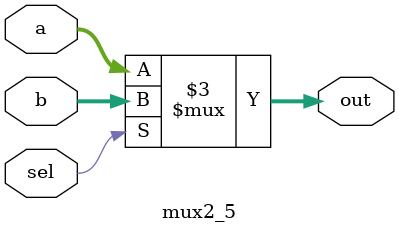
<source format=v>
module mux2_5(a, b, sel, out);
	input [4:0] a, b;
	input sel;
	output reg [4:0] out;
	
	always @(a or b or sel)
		out = (sel == 0) ? a : b;
endmodule
</source>
